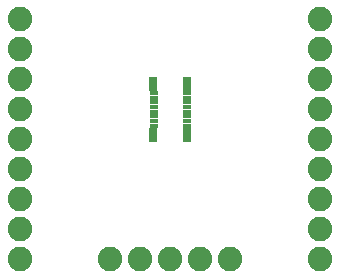
<source format=gbs>
G04 EAGLE Gerber X2 export*
G75*
%MOIN*%
%FSLAX24Y24*%
%LPD*%
%AMOC8*
5,1,8,0,0,1.08239X$1,22.5*%
G01*
%ADD10C,0.082000*%
%ADD11R,0.029654X0.047370*%
%ADD12R,0.027685X0.017055*%


D10*
X2000Y10000D03*
X2000Y9000D03*
X2000Y8000D03*
X2000Y7000D03*
X2000Y6000D03*
X2000Y5000D03*
X2000Y4000D03*
X2000Y3000D03*
X2000Y2000D03*
X12000Y10000D03*
X12000Y9000D03*
X12000Y8000D03*
X12000Y7000D03*
X12000Y6000D03*
X12000Y5000D03*
X12000Y4000D03*
X12000Y3000D03*
X12000Y2000D03*
X5000Y2000D03*
X6000Y2000D03*
X7000Y2000D03*
X8000Y2000D03*
X9000Y2000D03*
D11*
X6431Y7851D03*
X7569Y7851D03*
X6431Y6127D03*
X7569Y6127D03*
D12*
X6441Y6910D03*
X7559Y6910D03*
X7559Y7068D03*
X7559Y7383D03*
X7559Y7540D03*
X6441Y7540D03*
X7559Y7225D03*
X6441Y6753D03*
X7559Y6438D03*
X7559Y6595D03*
X7559Y6753D03*
X6441Y6438D03*
X6441Y6595D03*
X6441Y7383D03*
X6441Y7225D03*
X6441Y7068D03*
M02*

</source>
